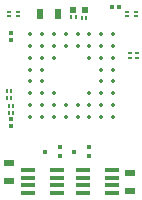
<source format=gbr>
G04 EasyPC Gerber Version 21.0.3 Build 4286 *
G04 #@! TF.Part,Single*
G04 #@! TF.FileFunction,Paste,Bot *
G04 #@! TF.FilePolarity,Positive *
%FSLAX35Y35*%
%MOIN*%
G04 #@! TA.AperFunction,SMDPad*
%ADD25R,0.00787X0.01181*%
%ADD27R,0.01200X0.01200*%
%ADD29R,0.02000X0.02400*%
%ADD28R,0.02400X0.03500*%
%ADD20C,0.01378*%
%ADD26R,0.01181X0.00787*%
%ADD24R,0.01200X0.01200*%
%ADD22R,0.01831X0.01575*%
%ADD21R,0.04800X0.01600*%
%ADD23R,0.03500X0.02400*%
X0Y0D02*
D02*
D20*
X17988Y27454D03*
Y31391D03*
Y35328D03*
Y39265D03*
Y43202D03*
Y47139D03*
Y51076D03*
Y55013D03*
X21925Y27454D03*
Y31391D03*
Y35328D03*
Y39265D03*
Y43202D03*
Y47139D03*
Y51076D03*
Y55013D03*
X25862Y27454D03*
Y31391D03*
Y35328D03*
Y47139D03*
Y51076D03*
Y55013D03*
X29799Y27454D03*
Y31391D03*
Y51076D03*
Y55013D03*
X33736Y27454D03*
Y31391D03*
Y51076D03*
Y55013D03*
X37673Y27454D03*
Y31391D03*
Y35328D03*
Y47139D03*
Y51076D03*
Y55013D03*
X41610Y27454D03*
Y31391D03*
Y35328D03*
Y39265D03*
Y43202D03*
Y47139D03*
Y51076D03*
Y55013D03*
X45547Y27454D03*
Y31391D03*
Y35328D03*
Y39265D03*
Y43202D03*
Y47139D03*
Y51076D03*
Y55013D03*
D02*
D21*
X17284Y2150D03*
Y4650D03*
Y7250D03*
Y9750D03*
X26884Y2150D03*
Y4650D03*
Y7250D03*
Y9750D03*
X35684Y2150D03*
Y4650D03*
Y7250D03*
Y9750D03*
X45284Y2150D03*
Y4650D03*
Y7250D03*
Y9750D03*
D02*
D22*
X22996Y15850D03*
X27972Y14275D03*
Y17425D03*
X32596Y15850D03*
X37572Y14275D03*
Y17425D03*
D02*
D23*
X10784Y6150D03*
Y12150D03*
X51284Y2650D03*
Y8650D03*
D02*
D24*
X45284Y64150D03*
X47684D03*
D02*
D25*
X10095Y33862D03*
Y35938D03*
X10884Y28838D03*
Y30938D03*
X11473Y33862D03*
Y35938D03*
X12262Y28838D03*
Y30938D03*
X31695Y60762D03*
X33073D03*
X35295Y60362D03*
X36673D03*
D02*
D26*
X10796Y60961D03*
Y62339D03*
X13796Y60961D03*
Y62339D03*
X50296Y61061D03*
Y62439D03*
X51296Y47261D03*
Y48639D03*
X53296Y61061D03*
Y62439D03*
X53696Y47261D03*
Y48639D03*
D02*
D27*
X11584Y24450D03*
Y26850D03*
X11684Y53050D03*
Y55450D03*
D02*
D28*
X21284Y61650D03*
X27284D03*
D02*
D29*
X32184Y63094D03*
X36184D03*
X0Y0D02*
M02*

</source>
